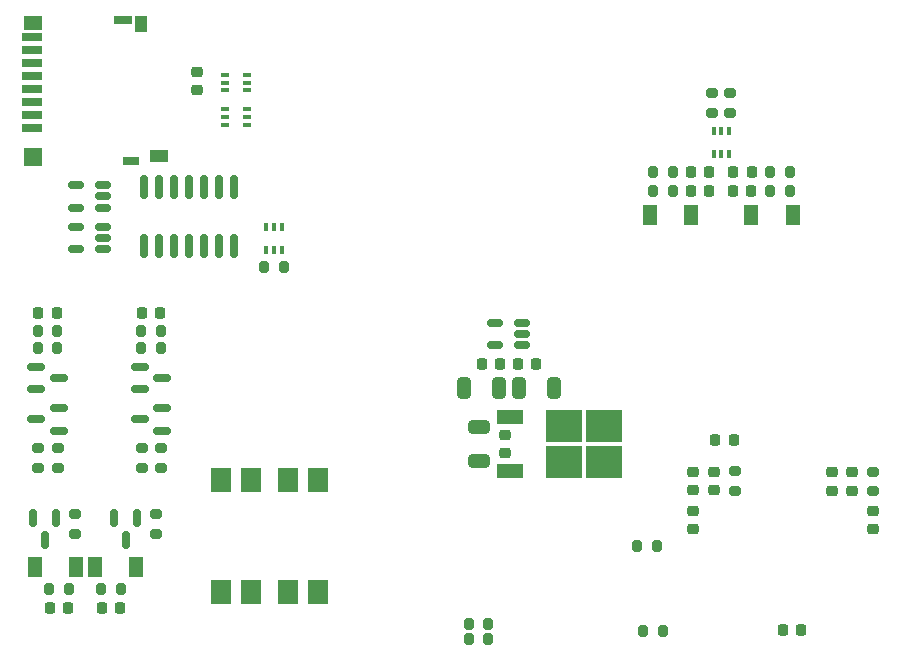
<source format=gtp>
%TF.GenerationSoftware,KiCad,Pcbnew,(6.0.1-0)*%
%TF.CreationDate,2022-02-06T09:10:27-08:00*%
%TF.ProjectId,power-wedge-control,706f7765-722d-4776-9564-67652d636f6e,1*%
%TF.SameCoordinates,Original*%
%TF.FileFunction,Paste,Top*%
%TF.FilePolarity,Positive*%
%FSLAX46Y46*%
G04 Gerber Fmt 4.6, Leading zero omitted, Abs format (unit mm)*
G04 Created by KiCad (PCBNEW (6.0.1-0)) date 2022-02-06 09:10:27*
%MOMM*%
%LPD*%
G01*
G04 APERTURE LIST*
G04 Aperture macros list*
%AMRoundRect*
0 Rectangle with rounded corners*
0 $1 Rounding radius*
0 $2 $3 $4 $5 $6 $7 $8 $9 X,Y pos of 4 corners*
0 Add a 4 corners polygon primitive as box body*
4,1,4,$2,$3,$4,$5,$6,$7,$8,$9,$2,$3,0*
0 Add four circle primitives for the rounded corners*
1,1,$1+$1,$2,$3*
1,1,$1+$1,$4,$5*
1,1,$1+$1,$6,$7*
1,1,$1+$1,$8,$9*
0 Add four rect primitives between the rounded corners*
20,1,$1+$1,$2,$3,$4,$5,0*
20,1,$1+$1,$4,$5,$6,$7,0*
20,1,$1+$1,$6,$7,$8,$9,0*
20,1,$1+$1,$8,$9,$2,$3,0*%
G04 Aperture macros list end*
%ADD10RoundRect,0.150000X-0.587500X-0.150000X0.587500X-0.150000X0.587500X0.150000X-0.587500X0.150000X0*%
%ADD11RoundRect,0.150000X-0.150000X0.587500X-0.150000X-0.587500X0.150000X-0.587500X0.150000X0.587500X0*%
%ADD12RoundRect,0.200000X0.275000X-0.200000X0.275000X0.200000X-0.275000X0.200000X-0.275000X-0.200000X0*%
%ADD13RoundRect,0.200000X-0.275000X0.200000X-0.275000X-0.200000X0.275000X-0.200000X0.275000X0.200000X0*%
%ADD14R,1.300000X1.700000*%
%ADD15RoundRect,0.200000X-0.200000X-0.275000X0.200000X-0.275000X0.200000X0.275000X-0.200000X0.275000X0*%
%ADD16RoundRect,0.200000X0.200000X0.275000X-0.200000X0.275000X-0.200000X-0.275000X0.200000X-0.275000X0*%
%ADD17RoundRect,0.225000X0.250000X-0.225000X0.250000X0.225000X-0.250000X0.225000X-0.250000X-0.225000X0*%
%ADD18RoundRect,0.218750X0.256250X-0.218750X0.256250X0.218750X-0.256250X0.218750X-0.256250X-0.218750X0*%
%ADD19RoundRect,0.225000X-0.225000X-0.250000X0.225000X-0.250000X0.225000X0.250000X-0.225000X0.250000X0*%
%ADD20RoundRect,0.150000X0.512500X0.150000X-0.512500X0.150000X-0.512500X-0.150000X0.512500X-0.150000X0*%
%ADD21RoundRect,0.225000X0.225000X0.250000X-0.225000X0.250000X-0.225000X-0.250000X0.225000X-0.250000X0*%
%ADD22RoundRect,0.250000X-0.325000X-0.650000X0.325000X-0.650000X0.325000X0.650000X-0.325000X0.650000X0*%
%ADD23RoundRect,0.218750X-0.218750X-0.256250X0.218750X-0.256250X0.218750X0.256250X-0.218750X0.256250X0*%
%ADD24R,3.050000X2.750000*%
%ADD25R,2.200000X1.200000*%
%ADD26RoundRect,0.150000X0.587500X0.150000X-0.587500X0.150000X-0.587500X-0.150000X0.587500X-0.150000X0*%
%ADD27R,1.780000X2.000000*%
%ADD28R,0.650000X0.400000*%
%ADD29R,1.750000X0.700000*%
%ADD30R,1.000000X1.450000*%
%ADD31R,1.550000X1.000000*%
%ADD32R,1.500000X1.500000*%
%ADD33R,1.500000X0.800000*%
%ADD34R,1.500000X1.300000*%
%ADD35R,1.400000X0.800000*%
%ADD36RoundRect,0.150000X-0.150000X0.825000X-0.150000X-0.825000X0.150000X-0.825000X0.150000X0.825000X0*%
%ADD37RoundRect,0.218750X0.218750X0.256250X-0.218750X0.256250X-0.218750X-0.256250X0.218750X-0.256250X0*%
%ADD38RoundRect,0.250000X0.325000X0.650000X-0.325000X0.650000X-0.325000X-0.650000X0.325000X-0.650000X0*%
%ADD39RoundRect,0.250000X0.650000X-0.325000X0.650000X0.325000X-0.650000X0.325000X-0.650000X-0.325000X0*%
%ADD40R,0.400000X0.650000*%
G04 APERTURE END LIST*
D10*
%TO.C,Q1*%
X124722200Y-107945000D03*
X124722200Y-109845000D03*
X126597200Y-108895000D03*
%TD*%
D11*
%TO.C,Q2*%
X124466000Y-120756200D03*
X122566000Y-120756200D03*
X123516000Y-122631200D03*
%TD*%
%TO.C,Q4*%
X117608000Y-120756200D03*
X115708000Y-120756200D03*
X116658000Y-122631200D03*
%TD*%
D12*
%TO.C,R2*%
X124874500Y-116499600D03*
X124874500Y-114849600D03*
%TD*%
D13*
%TO.C,R3*%
X126056000Y-120434600D03*
X126056000Y-122084600D03*
%TD*%
D12*
%TO.C,R5*%
X116111500Y-116499600D03*
X116111500Y-114849600D03*
%TD*%
D14*
%TO.C,D1*%
X124402400Y-124866400D03*
X120902400Y-124866400D03*
%TD*%
%TO.C,D2*%
X115822400Y-124866400D03*
X119322400Y-124866400D03*
%TD*%
D10*
%TO.C,Q3*%
X115972200Y-107945000D03*
X115972200Y-109845000D03*
X117847200Y-108895000D03*
%TD*%
D13*
%TO.C,R6*%
X119198000Y-120434600D03*
X119198000Y-122084600D03*
%TD*%
D15*
%TO.C,R4*%
X116084700Y-106395000D03*
X117734700Y-106395000D03*
%TD*%
D16*
%TO.C,R1*%
X126484700Y-106395000D03*
X124834700Y-106395000D03*
%TD*%
D17*
%TO.C,C1*%
X173350000Y-118400000D03*
X173350000Y-116850000D03*
%TD*%
%TO.C,C2*%
X185041600Y-118427800D03*
X185041600Y-116877800D03*
%TD*%
%TO.C,C3*%
X171600000Y-118400000D03*
X171600000Y-116850000D03*
%TD*%
%TO.C,C4*%
X183291600Y-118427800D03*
X183291600Y-116877800D03*
%TD*%
D18*
%TO.C,L1*%
X171600000Y-121687500D03*
X171600000Y-120112500D03*
%TD*%
%TO.C,L2*%
X186800000Y-121687500D03*
X186800000Y-120112500D03*
%TD*%
D19*
%TO.C,C10*%
X171400000Y-93064000D03*
X172950000Y-93064000D03*
%TD*%
D15*
%TO.C,R14*%
X116084700Y-104895000D03*
X117734700Y-104895000D03*
%TD*%
D16*
%TO.C,R24*%
X168513000Y-123131000D03*
X166863000Y-123131000D03*
%TD*%
D19*
%TO.C,C9*%
X171400000Y-91442000D03*
X172950000Y-91442000D03*
%TD*%
D13*
%TO.C,R19*%
X173200000Y-84775000D03*
X173200000Y-86425000D03*
%TD*%
D20*
%TO.C,U11*%
X121627500Y-94475000D03*
X121627500Y-93525000D03*
X121627500Y-92575000D03*
X119352500Y-92575000D03*
X119352500Y-94475000D03*
%TD*%
D21*
%TO.C,C8*%
X158310800Y-107718800D03*
X156760800Y-107718800D03*
%TD*%
D20*
%TO.C,U10*%
X121627500Y-97975000D03*
X121627500Y-97025000D03*
X121627500Y-96075000D03*
X119352500Y-96075000D03*
X119352500Y-97975000D03*
%TD*%
D13*
%TO.C,R7*%
X175100000Y-116800000D03*
X175100000Y-118450000D03*
%TD*%
D22*
%TO.C,C14*%
X152200000Y-109700000D03*
X155150000Y-109700000D03*
%TD*%
D17*
%TO.C,C6*%
X155656200Y-115250200D03*
X155656200Y-113700200D03*
%TD*%
D23*
%TO.C,LED3*%
X124872200Y-103395000D03*
X126447200Y-103395000D03*
%TD*%
D24*
%TO.C,U1*%
X160653200Y-116000200D03*
X164003200Y-112950200D03*
X160653200Y-112950200D03*
X164003200Y-116000200D03*
D25*
X156028200Y-112195200D03*
X156028200Y-116755200D03*
%TD*%
D15*
%TO.C,R18*%
X178121000Y-93064000D03*
X179771000Y-93064000D03*
%TD*%
D17*
%TO.C,C16*%
X129590800Y-84544200D03*
X129590800Y-82994200D03*
%TD*%
D16*
%TO.C,R25*%
X169013000Y-130331000D03*
X167363000Y-130331000D03*
%TD*%
D19*
%TO.C,C13*%
X179158600Y-130251200D03*
X180708600Y-130251200D03*
%TD*%
D26*
%TO.C,Q5*%
X117847200Y-113345000D03*
X117847200Y-111445000D03*
X115972200Y-112395000D03*
%TD*%
D21*
%TO.C,C12*%
X176525000Y-91442000D03*
X174975000Y-91442000D03*
%TD*%
D23*
%TO.C,LED1*%
X121509300Y-128371600D03*
X123084300Y-128371600D03*
%TD*%
D19*
%TO.C,C15*%
X153712800Y-107718800D03*
X155262800Y-107718800D03*
%TD*%
D15*
%TO.C,R21*%
X152591000Y-130962400D03*
X154241000Y-130962400D03*
%TD*%
%TO.C,R9*%
X121471800Y-126796800D03*
X123121800Y-126796800D03*
%TD*%
D27*
%TO.C,U7*%
X137261600Y-127040600D03*
X139801600Y-127040600D03*
X139801600Y-117510600D03*
X137261600Y-117510600D03*
%TD*%
D28*
%TO.C,U5*%
X133800000Y-87450000D03*
X133800000Y-86800000D03*
X133800000Y-86150000D03*
X131900000Y-86150000D03*
X131900000Y-86800000D03*
X131900000Y-87450000D03*
%TD*%
D15*
%TO.C,R15*%
X168215000Y-91442000D03*
X169865000Y-91442000D03*
%TD*%
D16*
%TO.C,R13*%
X126484700Y-104895000D03*
X124834700Y-104895000D03*
%TD*%
D29*
%TO.C,J9*%
X115580000Y-87726200D03*
X115580000Y-86626200D03*
X115580000Y-85526200D03*
X115580000Y-84426200D03*
X115580000Y-83326200D03*
X115580000Y-82226200D03*
X115580000Y-81126200D03*
X115580000Y-80026200D03*
D30*
X124805000Y-78901200D03*
D31*
X126380000Y-90126200D03*
D32*
X115705000Y-90176200D03*
D33*
X123305000Y-78576200D03*
D34*
X115705000Y-78826200D03*
D35*
X123955000Y-90526200D03*
%TD*%
D36*
%TO.C,U8*%
X132700000Y-92750000D03*
X131430000Y-92750000D03*
X130160000Y-92750000D03*
X128890000Y-92750000D03*
X127620000Y-92750000D03*
X126350000Y-92750000D03*
X125080000Y-92750000D03*
X125080000Y-97700000D03*
X126350000Y-97700000D03*
X127620000Y-97700000D03*
X128890000Y-97700000D03*
X130160000Y-97700000D03*
X131430000Y-97700000D03*
X132700000Y-97700000D03*
%TD*%
D37*
%TO.C,LED4*%
X117697200Y-103395000D03*
X116122200Y-103395000D03*
%TD*%
%TO.C,LED2*%
X118664700Y-128371600D03*
X117089700Y-128371600D03*
%TD*%
D15*
%TO.C,R22*%
X152591000Y-129743200D03*
X154241000Y-129743200D03*
%TD*%
D20*
%TO.C,U3*%
X157098500Y-106128800D03*
X157098500Y-105178800D03*
X157098500Y-104228800D03*
X154823500Y-104228800D03*
X154823500Y-106128800D03*
%TD*%
D14*
%TO.C,D3*%
X171400000Y-95064000D03*
X167900000Y-95064000D03*
%TD*%
D16*
%TO.C,R23*%
X136915000Y-99475000D03*
X135265000Y-99475000D03*
%TD*%
D23*
%TO.C,L3*%
X173431100Y-114122200D03*
X175006100Y-114122200D03*
%TD*%
D13*
%TO.C,R8*%
X186791600Y-116827800D03*
X186791600Y-118477800D03*
%TD*%
D14*
%TO.C,D4*%
X176500000Y-95064000D03*
X180000000Y-95064000D03*
%TD*%
D16*
%TO.C,R10*%
X118702200Y-126796800D03*
X117052200Y-126796800D03*
%TD*%
D26*
%TO.C,Q6*%
X126597200Y-113345000D03*
X126597200Y-111445000D03*
X124722200Y-112395000D03*
%TD*%
D21*
%TO.C,C11*%
X176500000Y-93064000D03*
X174950000Y-93064000D03*
%TD*%
D38*
%TO.C,C7*%
X159823600Y-109700000D03*
X156873600Y-109700000D03*
%TD*%
D13*
%TO.C,R20*%
X174700000Y-84775000D03*
X174700000Y-86425000D03*
%TD*%
D16*
%TO.C,R16*%
X169865000Y-93064000D03*
X168215000Y-93064000D03*
%TD*%
%TO.C,R17*%
X179771000Y-91442000D03*
X178121000Y-91442000D03*
%TD*%
D39*
%TO.C,C5*%
X153421000Y-115950200D03*
X153421000Y-113000200D03*
%TD*%
D13*
%TO.C,R11*%
X117762500Y-114849600D03*
X117762500Y-116499600D03*
%TD*%
D27*
%TO.C,U4*%
X131572000Y-127040600D03*
X134112000Y-127040600D03*
X134112000Y-117510600D03*
X131572000Y-117510600D03*
%TD*%
D40*
%TO.C,U9*%
X135440000Y-98025000D03*
X136090000Y-98025000D03*
X136740000Y-98025000D03*
X136740000Y-96125000D03*
X136090000Y-96125000D03*
X135440000Y-96125000D03*
%TD*%
D28*
%TO.C,U6*%
X133800000Y-84550000D03*
X133800000Y-83900000D03*
X133800000Y-83250000D03*
X131900000Y-83250000D03*
X131900000Y-83900000D03*
X131900000Y-84550000D03*
%TD*%
D13*
%TO.C,R12*%
X126525500Y-114849600D03*
X126525500Y-116499600D03*
%TD*%
D40*
%TO.C,U2*%
X173300000Y-89918000D03*
X173950000Y-89918000D03*
X174600000Y-89918000D03*
X174600000Y-88018000D03*
X173950000Y-88018000D03*
X173300000Y-88018000D03*
%TD*%
M02*

</source>
